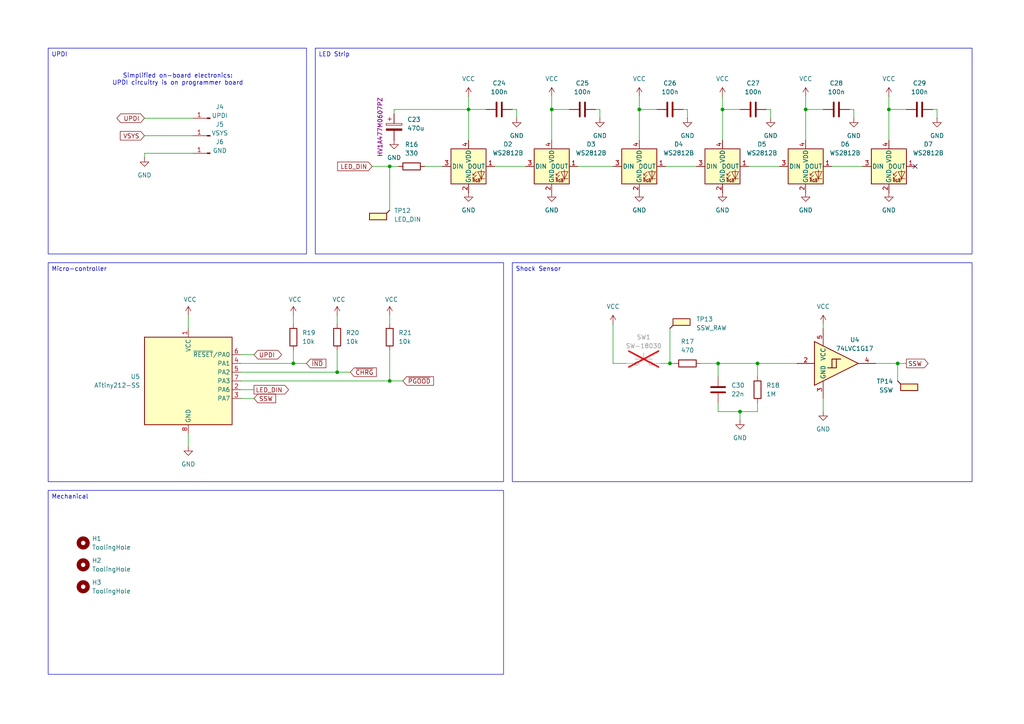
<source format=kicad_sch>
(kicad_sch (version 20250114) (generator "eeschema") (generator_version "9.0")
  (paper "A4")
  (lib_symbols
    (symbol "74xGxx:74LVC1G17"
      (property "Reference" "U" (at 0 3.81 0))
      (property "Value" "74LVC1G17" (at 0 -3.81 0))
      (symbol "74LVC1G17_0_1"
        (polyline (pts (xy -7.62 6.35) (xy -7.62 -6.35) (xy 5.08 0) (xy -7.62 6.35)) (stroke (width 0.254)) (fill (type background)))
        (polyline (pts (xy -3.81 -1.27) (xy -2.54 -1.27) (xy -2.54 1.27) (xy -1.27 1.27)) (stroke (width 0.254)) (fill (type background)))
        (polyline (pts (xy -2.54 -1.27) (xy -1.27 -1.27) (xy -1.27 1.27) (xy 0 1.27)) (stroke (width 0.254)) (fill (type background)))
      )
      (symbol "74LVC1G17_1_1"
        (pin input line (at -12.7 0 0) (length 5.08) (name "~") (number "2"))
        (pin no_connect line (at -7.62 5.08 180) (length 5.08) (hide yes) (name "NC") (number "1"))
        (pin power_in line (at -5.08 10.16 270) (length 5.08) (name "VCC") (number "5"))
        (pin power_in line (at -5.08 -10.16 90) (length 5.08) (name "GND") (number "3"))
        (pin output line (at 10.16 0 180) (length 5.08) (name "~") (number "4"))
      )
    )
    (symbol "Connector:Conn_01x01_Pin" (pin_names (offset 1.016) (hide yes))
      (property "Reference" "J" (at 0 2.54 0))
      (property "Value" "Conn_01x01_Pin" (at 0 -2.54 0))
      (symbol "Conn_01x01_Pin_1_1"
        (rectangle (start 0.8636 0.127) (end 0 -0.127) (stroke (width 0.1524)) (fill (type outline)))
        (polyline (pts (xy 1.27 0) (xy 0.8636 0)) (stroke (width 0.1524)))
        (pin passive line (at 5.08 0 180) (length 3.81) (name "Pin_1") (number "1"))
      )
    )
    (symbol "Connector:TestPoint_Flag" (pin_numbers (hide yes)) (pin_names (offset 0.762) (hide yes))
      (property "Reference" "TP" (at 3.429 1.778 0))
      (property "Value" "TestPoint_Flag" (at 3.302 4.191 0))
      (symbol "TestPoint_Flag_0_1"
        (polyline (pts (xy 0 0) (xy 0.889 0.889)) (stroke (width 0.254)))
        (rectangle (start 0.889 2.794) (end 5.842 0.889) (stroke (width 0.254)) (fill (type background)))
      )
      (symbol "TestPoint_Flag_1_1"
        (pin passive line (at 0 0 90) (length 0) (name "1") (number "1"))
      )
    )
    (symbol "Device:C" (pin_numbers (hide yes)) (pin_names (offset 0.254))
      (property "Reference" "C" (at 0.635 2.54 0))
      (property "Value" "C" (at 0.635 -2.54 0))
      (symbol "C_0_1"
        (polyline (pts (xy -2.032 0.762) (xy 2.032 0.762)) (stroke (width 0.508)))
        (polyline (pts (xy -2.032 -0.762) (xy 2.032 -0.762)) (stroke (width 0.508)))
      )
      (symbol "C_1_1"
        (pin passive line (at 0 3.81 270) (length 2.794) (name "~") (number "1"))
        (pin passive line (at 0 -3.81 90) (length 2.794) (name "~") (number "2"))
      )
    )
    (symbol "Device:C_Polarized" (pin_numbers (hide yes)) (pin_names (offset 0.254))
      (property "Reference" "C" (at 0.635 2.54 0))
      (property "Value" "C_Polarized" (at 0.635 -2.54 0))
      (symbol "C_Polarized_0_1"
        (rectangle (start -2.286 0.508) (end 2.286 1.016))
        (polyline (pts (xy -1.778 2.286) (xy -0.762 2.286)))
        (polyline (pts (xy -1.27 2.794) (xy -1.27 1.778)))
        (rectangle (start 2.286 -0.508) (end -2.286 -1.016) (fill (type outline)))
      )
      (symbol "C_Polarized_1_1"
        (pin passive line (at 0 3.81 270) (length 2.794) (name "~") (number "1"))
        (pin passive line (at 0 -3.81 90) (length 2.794) (name "~") (number "2"))
      )
    )
    (symbol "Device:R" (pin_numbers (hide yes)) (pin_names (offset 0))
      (property "Reference" "R" (at 2.032 0 90))
      (property "Value" "R" (at 0 0 90))
      (symbol "R_0_1"
        (rectangle (start -1.016 -2.54) (end 1.016 2.54) (stroke (width 0.254)))
      )
      (symbol "R_1_1"
        (pin passive line (at 0 3.81 270) (length 1.27) (name "~") (number "1"))
        (pin passive line (at 0 -3.81 90) (length 1.27) (name "~") (number "2"))
      )
    )
    (symbol "Ignis:WS2812B" (pin_names (offset 0.254))
      (property "Reference" "D" (at 5.08 5.715 0))
      (property "Value" "WS2812B" (at 1.27 -5.715 0))
      (symbol "WS2812B_0_0"
        (text "RGB" (at 2.286 -4.191 0) (effects (font (size 0.762 0.762))))
      )
      (symbol "WS2812B_0_1"
        (rectangle (start -5.08 5.08) (end 5.08 -5.08) (stroke (width 0.254)) (fill (type background)))
        (polyline (pts (xy 1.27 -2.54) (xy 1.778 -2.54)))
        (polyline (pts (xy 1.27 -3.556) (xy 1.778 -3.556)))
        (polyline (pts (xy 2.286 -1.524) (xy 1.27 -2.54) (xy 1.27 -2.032)))
        (polyline (pts (xy 2.286 -2.54) (xy 1.27 -3.556) (xy 1.27 -3.048)))
        (polyline (pts (xy 3.683 -1.016) (xy 3.683 -3.556) (xy 3.683 -4.064)))
        (polyline (pts (xy 4.699 -1.524) (xy 2.667 -1.524) (xy 3.683 -3.556) (xy 4.699 -1.524)))
        (polyline (pts (xy 4.699 -3.556) (xy 2.667 -3.556)))
      )
      (symbol "WS2812B_1_1"
        (pin input line (at -7.62 0 0) (length 2.54) (name "DIN") (number "3"))
        (pin power_in line (at 0 7.62 270) (length 2.54) (name "VDD") (number "4"))
        (pin power_in line (at 0 -7.62 90) (length 2.54) (name "GND") (number "2"))
        (pin output line (at 7.62 0 180) (length 2.54) (name "DOUT") (number "1"))
      )
    )
    (symbol "MCU_Microchip_ATtiny:ATtiny212-SS"
      (property "Reference" "U" (at -12.7 13.97 0))
      (property "Value" "ATtiny212-SS" (at 2.54 -13.97 0))
      (symbol "ATtiny212-SS_0_1"
        (rectangle (start -12.7 -12.7) (end 12.7 12.7) (stroke (width 0.254)) (fill (type background)))
      )
      (symbol "ATtiny212-SS_1_1"
        (pin power_in line (at 0 15.24 270) (length 2.54) (name "VCC") (number "1"))
        (pin power_in line (at 0 -15.24 90) (length 2.54) (name "GND") (number "8"))
        (pin bidirectional line (at 15.24 7.62 180) (length 2.54) (name "~{RESET}/PA0") (number "6"))
        (pin bidirectional line (at 15.24 5.08 180) (length 2.54) (name "PA1") (number "4"))
        (pin bidirectional line (at 15.24 2.54 180) (length 2.54) (name "PA2") (number "5"))
        (pin bidirectional line (at 15.24 0 180) (length 2.54) (name "PA3") (number "7"))
        (pin bidirectional line (at 15.24 -2.54 180) (length 2.54) (name "PA6") (number "2"))
        (pin bidirectional line (at 15.24 -5.08 180) (length 2.54) (name "PA7") (number "3"))
      )
    )
    (symbol "Mechanical:MountingHole" (pin_names (offset 1.016)) (in_bom no)
      (property "Reference" "H" (at 0 5.08 0))
      (property "Value" "MountingHole" (at 0 3.175 0))
      (symbol "MountingHole_0_1"
        (circle (center 0 0) (radius 1.27) (stroke (width 1.27)))
      )
    )
    (symbol "Switch:SW_Push" (pin_numbers (hide yes)) (pin_names (offset 1.016) (hide yes))
      (property "Reference" "SW" (at 1.27 2.54 0))
      (property "Value" "SW_Push" (at 0 -1.524 0))
      (symbol "SW_Push_0_1"
        (circle (center -2.032 0) (radius 0.508))
        (polyline (pts (xy 0 1.27) (xy 0 3.048)))
        (circle (center 2.032 0) (radius 0.508))
        (polyline (pts (xy 2.54 1.27) (xy -2.54 1.27)))
        (pin passive line (at -5.08 0 0) (length 2.54) (name "1") (number "1"))
        (pin passive line (at 5.08 0 180) (length 2.54) (name "2") (number "2"))
      )
    )
    (symbol "power:GND" (power) (pin_numbers (hide yes)) (pin_names (offset 0) (hide yes))
      (property "Value" "GND" (at 0 -3.81 0))
      (symbol "GND_0_1"
        (polyline (pts (xy 0 0) (xy 0 -1.27) (xy 1.27 -1.27) (xy 0 -2.54) (xy -1.27 -1.27) (xy 0 -1.27)))
      )
      (symbol "GND_1_1"
        (pin power_in line (at 0 0 270) (length 0) (name "~") (number "1"))
      )
    )
    (symbol "power:VCC" (power) (pin_numbers (hide yes)) (pin_names (offset 0) (hide yes))
      (property "Value" "VCC" (at 0 3.556 0))
      (symbol "VCC_0_1"
        (polyline (pts (xy -0.762 1.27) (xy 0 2.54)))
        (polyline (pts (xy 0 2.54) (xy 0.762 1.27)))
        (polyline (pts (xy 0 0) (xy 0 2.54)))
      )
      (symbol "VCC_1_1"
        (pin power_in line (at 0 0 90) (length 0) (name "~") (number "1"))
      )
    )
  )
  (text "Simplified on-board electronics:\nUPDI circuitry is on programmer board" (at 51.562 23.114 0) (effects (font (size 1.27 1.27))))
  (text_box "Shock Sensor" (at 148.59 76.2 0) (size 133.35 63.5) (margins 0.9525 0.9525 0.9525 0.9525) (effects (font (size 1.27 1.27)) (justify left top)))
  (text_box "UPDI" (at 13.97 13.97 0) (size 74.93 59.69) (margins 0.9525 0.9525 0.9525 0.9525) (effects (font (size 1.27 1.27)) (justify left top)))
  (text_box "Micro-controller" (at 13.97 76.2 0) (size 132.08 63.5) (margins 0.9525 0.9525 0.9525 0.9525) (effects (font (size 1.27 1.27)) (justify left top)))
  (text_box "LED Strip" (at 91.44 13.97 0) (size 190.5 59.69) (margins 0.9525 0.9525 0.9525 0.9525) (effects (font (size 1.27 1.27)) (justify left top)))
  (text_box "Mechanical" (at 13.97 142.24 0) (size 132.08 53.34) (margins 0.9525 0.9525 0.9525 0.9525) (effects (font (size 1.27 1.27)) (justify left top)))
  (junction (at 85.09 105.41))
  (junction (at 209.55 31.75))
  (junction (at 113.03 48.26))
  (junction (at 113.03 110.49))
  (junction (at 260.35 105.41))
  (junction (at 135.89 31.75))
  (junction (at 194.31 105.41))
  (junction (at 97.79 107.95))
  (junction (at 214.63 119.38))
  (junction (at 257.81 31.75))
  (junction (at 160.02 31.75))
  (junction (at 208.28 105.41))
  (junction (at 185.42 31.75))
  (junction (at 233.68 31.75))
  (junction (at 219.71 105.41))
  (no_connect (at 265.43 48.26))
  (wire (pts (xy 41.91 39.37) (xy 55.88 39.37)))
  (wire (pts (xy 193.04 48.26) (xy 201.93 48.26)))
  (wire (pts (xy 54.61 91.44) (xy 54.61 95.25)))
  (wire (pts (xy 143.51 48.26) (xy 152.4 48.26)))
  (wire (pts (xy 135.89 31.75) (xy 140.97 31.75)))
  (wire (pts (xy 260.35 105.41) (xy 262.89 105.41)))
  (wire (pts (xy 209.55 31.75) (xy 209.55 40.64)))
  (wire (pts (xy 113.03 101.6) (xy 113.03 110.49)))
  (wire (pts (xy 167.64 48.26) (xy 177.8 48.26)))
  (wire (pts (xy 233.68 31.75) (xy 233.68 40.64)))
  (wire (pts (xy 191.77 105.41) (xy 194.31 105.41)))
  (wire (pts (xy 247.65 34.29) (xy 247.65 31.75)))
  (wire (pts (xy 247.65 31.75) (xy 246.38 31.75)))
  (wire (pts (xy 209.55 27.94) (xy 209.55 31.75)))
  (wire (pts (xy 160.02 31.75) (xy 165.1 31.75)))
  (wire (pts (xy 194.31 95.25) (xy 194.31 105.41)))
  (wire (pts (xy 41.91 44.45) (xy 41.91 45.72)))
  (wire (pts (xy 238.76 119.38) (xy 238.76 115.57)))
  (wire (pts (xy 113.03 110.49) (xy 116.84 110.49)))
  (wire (pts (xy 85.09 101.6) (xy 85.09 105.41)))
  (wire (pts (xy 97.79 91.44) (xy 97.79 93.98)))
  (wire (pts (xy 254 105.41) (xy 260.35 105.41)))
  (wire (pts (xy 208.28 105.41) (xy 208.28 109.22)))
  (wire (pts (xy 257.81 31.75) (xy 257.81 40.64)))
  (wire (pts (xy 209.55 31.75) (xy 214.63 31.75)))
  (wire (pts (xy 107.95 48.26) (xy 113.03 48.26)))
  (wire (pts (xy 97.79 101.6) (xy 97.79 107.95)))
  (wire (pts (xy 219.71 119.38) (xy 219.71 116.84)))
  (wire (pts (xy 219.71 105.41) (xy 231.14 105.41)))
  (wire (pts (xy 238.76 93.98) (xy 238.76 95.25)))
  (wire (pts (xy 113.03 91.44) (xy 113.03 93.98)))
  (wire (pts (xy 233.68 31.75) (xy 238.76 31.75)))
  (wire (pts (xy 114.3 33.02) (xy 114.3 31.75)))
  (wire (pts (xy 54.61 129.54) (xy 54.61 125.73)))
  (wire (pts (xy 69.85 110.49) (xy 113.03 110.49)))
  (wire (pts (xy 257.81 31.75) (xy 262.89 31.75)))
  (wire (pts (xy 241.3 48.26) (xy 250.19 48.26)))
  (wire (pts (xy 85.09 91.44) (xy 85.09 93.98)))
  (wire (pts (xy 208.28 105.41) (xy 219.71 105.41)))
  (wire (pts (xy 160.02 31.75) (xy 160.02 40.64)))
  (wire (pts (xy 233.68 27.94) (xy 233.68 31.75)))
  (wire (pts (xy 173.99 34.29) (xy 173.99 31.75)))
  (wire (pts (xy 97.79 107.95) (xy 101.6 107.95)))
  (wire (pts (xy 260.35 105.41) (xy 260.35 110.49)))
  (wire (pts (xy 69.85 107.95) (xy 97.79 107.95)))
  (wire (pts (xy 185.42 27.94) (xy 185.42 31.75)))
  (wire (pts (xy 85.09 105.41) (xy 88.9 105.41)))
  (wire (pts (xy 214.63 119.38) (xy 214.63 121.92)))
  (wire (pts (xy 114.3 31.75) (xy 135.89 31.75)))
  (wire (pts (xy 149.86 31.75) (xy 148.59 31.75)))
  (wire (pts (xy 199.39 34.29) (xy 199.39 31.75)))
  (wire (pts (xy 208.28 116.84) (xy 208.28 119.38)))
  (wire (pts (xy 219.71 109.22) (xy 219.71 105.41)))
  (wire (pts (xy 113.03 60.96) (xy 113.03 48.26)))
  (wire (pts (xy 69.85 113.03) (xy 73.66 113.03)))
  (wire (pts (xy 113.03 48.26) (xy 115.57 48.26)))
  (wire (pts (xy 223.52 31.75) (xy 222.25 31.75)))
  (wire (pts (xy 185.42 31.75) (xy 185.42 40.64)))
  (wire (pts (xy 203.2 105.41) (xy 208.28 105.41)))
  (wire (pts (xy 271.78 34.29) (xy 271.78 31.75)))
  (wire (pts (xy 177.8 105.41) (xy 181.61 105.41)))
  (wire (pts (xy 271.78 31.75) (xy 270.51 31.75)))
  (wire (pts (xy 41.91 34.29) (xy 55.88 34.29)))
  (wire (pts (xy 69.85 115.57) (xy 73.66 115.57)))
  (wire (pts (xy 257.81 27.94) (xy 257.81 31.75)))
  (wire (pts (xy 135.89 31.75) (xy 135.89 40.64)))
  (wire (pts (xy 160.02 27.94) (xy 160.02 31.75)))
  (wire (pts (xy 208.28 119.38) (xy 214.63 119.38)))
  (wire (pts (xy 69.85 105.41) (xy 85.09 105.41)))
  (wire (pts (xy 135.89 27.94) (xy 135.89 31.75)))
  (wire (pts (xy 217.17 48.26) (xy 226.06 48.26)))
  (wire (pts (xy 123.19 48.26) (xy 128.27 48.26)))
  (wire (pts (xy 177.8 93.98) (xy 177.8 105.41)))
  (wire (pts (xy 223.52 34.29) (xy 223.52 31.75)))
  (wire (pts (xy 185.42 31.75) (xy 190.5 31.75)))
  (wire (pts (xy 173.99 31.75) (xy 172.72 31.75)))
  (wire (pts (xy 194.31 105.41) (xy 195.58 105.41)))
  (wire (pts (xy 55.88 44.45) (xy 41.91 44.45)))
  (wire (pts (xy 73.66 102.87) (xy 69.85 102.87)))
  (wire (pts (xy 214.63 119.38) (xy 219.71 119.38)))
  (wire (pts (xy 149.86 34.29) (xy 149.86 31.75)))
  (wire (pts (xy 199.39 31.75) (xy 198.12 31.75)))
  (global_label "UPDI" (shape bidirectional) (at 73.66 102.87 0) (property "Intersheetrefs" "${INTERSHEET_REFS}" (effects (hide yes))))
  (global_label "~{PGOOD}" (shape input) (at 116.84 110.49 0) (property "Intersheetrefs" "${INTERSHEET_REFS}" (effects (hide yes))))
  (global_label "LED_DIN" (shape output) (at 73.66 113.03 0) (property "Intersheetrefs" "${INTERSHEET_REFS}" (effects (hide yes))))
  (global_label "~{CHRG}" (shape input) (at 101.6 107.95 0) (property "Intersheetrefs" "${INTERSHEET_REFS}" (effects (hide yes))))
  (global_label "SSW" (shape output) (at 262.89 105.41 0) (property "Intersheetrefs" "${INTERSHEET_REFS}" (effects (hide yes))))
  (global_label "UPDI" (shape bidirectional) (at 41.91 34.29 180) (property "Intersheetrefs" "${INTERSHEET_REFS}" (effects (hide yes))))
  (global_label "SSW" (shape input) (at 73.66 115.57 0) (property "Intersheetrefs" "${INTERSHEET_REFS}" (effects (hide yes))))
  (global_label "LED_DIN" (shape input) (at 107.95 48.26 180) (property "Intersheetrefs" "${INTERSHEET_REFS}" (effects (hide yes))))
  (global_label "VSYS" (shape input) (at 41.91 39.37 180) (property "Intersheetrefs" "${INTERSHEET_REFS}" (effects (hide yes))))
  (global_label "~{IND}" (shape input) (at 88.9 105.41 0) (property "Intersheetrefs" "${INTERSHEET_REFS}" (effects (hide yes))))
  (symbol (lib_id "Connector:Conn_01x01_Pin") (at 60.96 44.45 180) (unit 1) (in_bom no)
    (property "Reference" "J6" (at 63.754 41.148 0))
    (property "Value" "GND" (at 63.754 43.688 0))
    (property "Footprint" "TestPoint:TestPoint_THTPad_D1.5mm_Drill0.7mm" (effects (hide yes)))
    (property "Description" "Generic connector, single row, 01x01, script generated" (effects (hide yes)))
  )
  (symbol (lib_id "Device:C") (at 242.57 31.75 90) (unit 1)
    (property "Reference" "C28" (at 242.57 24.13 90))
    (property "Value" "100n" (at 242.57 26.67 90))
    (property "Footprint" "Capacitor_SMD:C_0402_1005Metric" (effects (hide yes)))
    (property "Description" "Unpolarized capacitor" (effects (hide yes)))
    (property "Designator" "Capacitor" (effects (hide yes)))
    (property "LCSC" "C328914" (effects (hide yes)))
    (property "MF" "PSA(Prosperity Dielectrics)" (effects (hide yes)))
    (property "MFN" "FN15X104K160PNG" (effects (hide yes)))
  )
  (symbol (lib_id "Device:C_Polarized") (at 114.3 36.83 0) (unit 1)
    (property "Reference" "C23" (at 118.11 34.6709 0) (effects (justify left)))
    (property "Value" "470u" (at 118.11 37.2109 0) (effects (justify left)))
    (property "Footprint" "Capacitor_SMD:CP_Elec_6.3x7.7" (effects (hide yes)))
    (property "Description" "Polarized capacitor" (effects (hide yes)))
    (property "MFN" "HV1A477M0607PZ" (at 110.236 36.83 90))
    (property "LCSC" "C5246516" (effects (hide yes)))
    (property "Voltage Rating" "10V" (effects (hide yes)))
    (property "Designator" "Capacitor" (effects (hide yes)))
  )
  (symbol (lib_id "power:VCC") (at 97.79 91.44 0) (unit 1)
    (property "Reference" "#PWR0142" (effects (hide yes)))
    (property "Value" "VCC" (at 98.298 86.868 0))
    (property "Description" "Power symbol creates a global label with name \"VCC\"" (effects (hide yes)))
  )
  (symbol (lib_id "Device:R") (at 113.03 97.79 0) (unit 1)
    (property "Reference" "R21" (at 115.57 96.5199 0) (effects (justify left)))
    (property "Value" "10k" (at 115.57 99.0599 0) (effects (justify left)))
    (property "Footprint" "Resistor_SMD:R_0402_1005Metric" (effects (hide yes)))
    (property "Description" "Resistor" (effects (hide yes)))
    (property "Designator" "Resistor" (effects (hide yes)))
    (property "LCSC" "C25531" (effects (hide yes)))
    (property "MF" "UNI-ROYAL(Uniroyal Elec)" (effects (hide yes)))
    (property "MFN" "0402WGJ0103TCE" (effects (hide yes)))
  )
  (symbol (lib_id "Mechanical:MountingHole") (at 24.13 157.48 0) (unit 1) (in_bom no)
    (property "Reference" "H1" (at 26.67 156.2099 0) (effects (justify left)))
    (property "Value" "ToolingHole" (at 26.67 158.7499 0) (effects (justify left)))
    (property "Footprint" "MountingHole:ToolingHole_1.152mm" (effects (hide yes)))
    (property "Description" "Mounting Hole without connection" (effects (hide yes)))
  )
  (symbol (lib_id "power:GND") (at 185.42 55.88 0) (unit 1)
    (property "Reference" "#PWR0127" (effects (hide yes)))
    (property "Value" "GND" (at 185.42 60.96 0))
    (property "Description" "Power symbol creates a global label with name \"GND\" , ground" (effects (hide yes)))
  )
  (symbol (lib_id "power:VCC") (at 233.68 27.94 0) (unit 1)
    (property "Reference" "#PWR0144" (effects (hide yes)))
    (property "Value" "VCC" (at 233.68 22.86 0))
    (property "Description" "Power symbol creates a global label with name \"VCC\"" (effects (hide yes)))
  )
  (symbol (lib_id "power:GND") (at 173.99 34.29 0) (unit 1)
    (property "Reference" "#PWR0130" (effects (hide yes)))
    (property "Value" "GND" (at 173.99 39.37 0))
    (property "Description" "Power symbol creates a global label with name \"GND\" , ground" (effects (hide yes)))
  )
  (symbol (lib_id "power:VCC") (at 238.76 93.98 0) (unit 1)
    (property "Reference" "#PWR0139" (effects (hide yes)))
    (property "Value" "VCC" (at 238.76 88.9 0))
    (property "Description" "Power symbol creates a global label with name \"VCC\"" (effects (hide yes)))
  )
  (symbol (lib_id "74xGxx:74LVC1G17") (at 243.84 105.41 0) (unit 1)
    (property "Reference" "U4" (at 247.904 98.552 0))
    (property "Value" "74LVC1G17" (at 247.904 101.092 0))
    (property "Footprint" "Ignis:IC_74LVC1G17GW_125" (effects (hide yes)))
    (property "Datasheet" "https://www.ti.com/lit/ds/symlink/sn74lvc1g17.pdf" (effects (hide yes)))
    (property "Description" "Single Schmitt Buffer Gate, Low-Voltage CMOS" (effects (hide yes)))
    (property "LCSC" "C426705" (effects (hide yes)))
    (property "MFN" "74LVC1G17GW,125" (effects (hide yes)))
    (property "Designator" "74LVC1G17GW" (effects (hide yes)))
    (property "MF" "Nexperia" (effects (hide yes)))
  )
  (symbol (lib_id "Connector:Conn_01x01_Pin") (at 60.96 34.29 180) (unit 1) (in_bom no)
    (property "Reference" "J4" (at 63.754 30.988 0))
    (property "Value" "UPDI" (at 63.754 33.528 0))
    (property "Footprint" "TestPoint:TestPoint_THTPad_D1.5mm_Drill0.7mm" (effects (hide yes)))
    (property "Description" "Generic connector, single row, 01x01, script generated" (effects (hide yes)))
  )
  (symbol (lib_id "power:VCC") (at 160.02 27.94 0) (unit 1)
    (property "Reference" "#PWR0151" (effects (hide yes)))
    (property "Value" "VCC" (at 160.02 22.86 0))
    (property "Description" "Power symbol creates a global label with name \"VCC\"" (effects (hide yes)))
  )
  (symbol (lib_id "power:VCC") (at 257.81 27.94 0) (unit 1)
    (property "Reference" "#PWR0145" (effects (hide yes)))
    (property "Value" "VCC" (at 257.81 22.86 0))
    (property "Description" "Power symbol creates a global label with name \"VCC\"" (effects (hide yes)))
  )
  (symbol (lib_id "Ignis:WS2812B") (at 160.02 48.26 0) (unit 1)
    (property "Reference" "D3" (at 171.45 41.8398 0))
    (property "Value" "WS2812B" (at 171.45 44.3798 0))
    (property "Footprint" "Ignis:LED_WS2812B2020" (effects (hide yes)))
    (property "Datasheet" "https://cdn-shop.adafruit.com/datasheets/WS2812B.pdf" (effects (hide yes)))
    (property "Description" "RGB LED with integrated controller" (effects (hide yes)))
    (property "LCSC" "C965555" (effects (hide yes)))
    (property "MFN" "WS2812B-2020" (effects (hide yes)))
    (property "Designator" "WS2812B-2020" (effects (hide yes)))
    (property "MF" "Worldsemi" (effects (hide yes)))
  )
  (symbol (lib_id "Connector:Conn_01x01_Pin") (at 60.96 39.37 180) (unit 1) (in_bom no)
    (property "Reference" "J5" (at 63.754 36.068 0))
    (property "Value" "VSYS" (at 63.754 38.608 0))
    (property "Footprint" "TestPoint:TestPoint_THTPad_D1.5mm_Drill0.7mm" (effects (hide yes)))
    (property "Description" "Generic connector, single row, 01x01, script generated" (effects (hide yes)))
  )
  (symbol (lib_id "power:GND") (at 209.55 55.88 0) (unit 1)
    (property "Reference" "#PWR0128" (effects (hide yes)))
    (property "Value" "GND" (at 209.55 60.96 0))
    (property "Description" "Power symbol creates a global label with name \"GND\" , ground" (effects (hide yes)))
  )
  (symbol (lib_id "power:GND") (at 160.02 55.88 0) (unit 1)
    (property "Reference" "#PWR0133" (effects (hide yes)))
    (property "Value" "GND" (at 160.02 60.96 0))
    (property "Description" "Power symbol creates a global label with name \"GND\" , ground" (effects (hide yes)))
  )
  (symbol (lib_id "power:GND") (at 223.52 34.29 0) (unit 1)
    (property "Reference" "#PWR0143" (effects (hide yes)))
    (property "Value" "GND" (at 223.52 39.37 0))
    (property "Description" "Power symbol creates a global label with name \"GND\" , ground" (effects (hide yes)))
  )
  (symbol (lib_id "power:GND") (at 149.86 34.29 0) (unit 1)
    (property "Reference" "#PWR0150" (effects (hide yes)))
    (property "Value" "GND" (at 149.86 39.37 0))
    (property "Description" "Power symbol creates a global label with name \"GND\" , ground" (effects (hide yes)))
  )
  (symbol (lib_id "MCU_Microchip_ATtiny:ATtiny212-SS") (at 54.61 110.49 0) (unit 1)
    (property "Reference" "U5" (at 40.64 109.2199 0) (effects (justify right)))
    (property "Value" "ATtiny212-SS" (at 40.64 111.7599 0) (effects (justify right)))
    (property "Footprint" "Package_SO:SOIC-8_3.9x4.9mm_P1.27mm" (effects (hide yes)))
    (property "Datasheet" "http://ww1.microchip.com/downloads/en/DeviceDoc/40001911A.pdf" (effects (hide yes)))
    (property "Description" "20MHz, 2kB Flash, 128B SRAM, 64B EEPROM, SOIC-8" (effects (hide yes)))
    (property "Designator" "ATTINY212-SSN" (effects (hide yes)))
    (property "LCSC" "C615533" (effects (hide yes)))
    (property "MFN" "ATTINY212-SSN" (effects (hide yes)))
    (property "MF" "Microchip Tech" (effects (hide yes)))
  )
  (symbol (lib_id "Mechanical:MountingHole") (at 24.13 170.18 0) (unit 1) (in_bom no)
    (property "Reference" "H3" (at 26.67 168.9099 0) (effects (justify left)))
    (property "Value" "ToolingHole" (at 26.67 171.4499 0) (effects (justify left)))
    (property "Footprint" "MountingHole:ToolingHole_1.152mm" (effects (hide yes)))
    (property "Description" "Mounting Hole without connection" (effects (hide yes)))
  )
  (symbol (lib_id "power:GND") (at 233.68 55.88 0) (unit 1)
    (property "Reference" "#PWR0148" (effects (hide yes)))
    (property "Value" "GND" (at 233.68 60.96 0))
    (property "Description" "Power symbol creates a global label with name \"GND\" , ground" (effects (hide yes)))
  )
  (symbol (lib_id "Ignis:WS2812B") (at 257.81 48.26 0) (unit 1)
    (property "Reference" "D7" (at 269.24 41.8398 0))
    (property "Value" "WS2812B" (at 269.24 44.3798 0))
    (property "Footprint" "Ignis:LED_WS2812B2020" (effects (hide yes)))
    (property "Datasheet" "https://cdn-shop.adafruit.com/datasheets/WS2812B.pdf" (effects (hide yes)))
    (property "Description" "RGB LED with integrated controller" (effects (hide yes)))
    (property "LCSC" "C965555" (effects (hide yes)))
    (property "MFN" "WS2812B-2020" (effects (hide yes)))
    (property "Designator" "WS2812B-2020" (effects (hide yes)))
    (property "MF" "Worldsemi" (effects (hide yes)))
  )
  (symbol (lib_id "Device:C") (at 208.28 113.03 0) (unit 1)
    (property "Reference" "C30" (at 212.09 111.7599 0) (effects (justify left)))
    (property "Value" "22n" (at 212.09 114.2999 0) (effects (justify left)))
    (property "Footprint" "Capacitor_SMD:C_0402_1005Metric" (effects (hide yes)))
    (property "Description" "Unpolarized capacitor" (effects (hide yes)))
    (property "Designator" "Capacitor" (effects (hide yes)))
    (property "LCSC" "C6266887" (effects (hide yes)))
    (property "MF" "CCTC" (effects (hide yes)))
    (property "MFN" "TCC0402X7R223M500AT" (effects (hide yes)))
  )
  (symbol (lib_id "power:GND") (at 199.39 34.29 0) (unit 1)
    (property "Reference" "#PWR0134" (effects (hide yes)))
    (property "Value" "GND" (at 199.39 39.37 0))
    (property "Description" "Power symbol creates a global label with name \"GND\" , ground" (effects (hide yes)))
  )
  (symbol (lib_id "Device:R") (at 119.38 48.26 90) (unit 1)
    (property "Reference" "R16" (at 119.38 41.91 90))
    (property "Value" "330" (at 119.38 44.45 90))
    (property "Footprint" "Resistor_SMD:R_0402_1005Metric" (effects (hide yes)))
    (property "Description" "Resistor" (effects (hide yes)))
    (property "Designator" "Resistor" (effects (hide yes)))
    (property "LCSC" "C12246" (effects (hide yes)))
    (property "MF" "UNI-ROYAL(Uniroyal Elec)" (effects (hide yes)))
    (property "MFN" "0402WGJ0331TCE" (effects (hide yes)))
  )
  (symbol (lib_id "Ignis:WS2812B") (at 233.68 48.26 0) (unit 1)
    (property "Reference" "D6" (at 245.11 41.8398 0))
    (property "Value" "WS2812B" (at 245.11 44.3798 0))
    (property "Footprint" "Ignis:LED_WS2812B2020" (effects (hide yes)))
    (property "Datasheet" "https://cdn-shop.adafruit.com/datasheets/WS2812B.pdf" (effects (hide yes)))
    (property "Description" "RGB LED with integrated controller" (effects (hide yes)))
    (property "LCSC" "C965555" (effects (hide yes)))
    (property "MFN" "WS2812B-2020" (effects (hide yes)))
    (property "Designator" "WS2812B-2020" (effects (hide yes)))
    (property "MF" "Worldsemi" (effects (hide yes)))
  )
  (symbol (lib_id "Connector:TestPoint_Flag") (at 194.31 95.25 0) (unit 1) (in_bom no)
    (property "Reference" "TP13" (at 201.93 92.5829 0) (effects (justify left)))
    (property "Value" "SSW_RAW" (at 201.93 95.1229 0) (effects (justify left)))
    (property "Footprint" "TestPoint:TestPoint_Pad_D1.0mm" (effects (hide yes)))
    (property "Description" "test point (alternative flag-style design)" (effects (hide yes)))
    (property "Designator" "Test Pad" (effects (hide yes)))
  )
  (symbol (lib_id "power:VCC") (at 185.42 27.94 0) (unit 1)
    (property "Reference" "#PWR0131" (effects (hide yes)))
    (property "Value" "VCC" (at 185.42 22.86 0))
    (property "Description" "Power symbol creates a global label with name \"VCC\"" (effects (hide yes)))
  )
  (symbol (lib_id "Connector:TestPoint_Flag") (at 260.35 110.49 0) (mirror x) (unit 1) (in_bom no)
    (property "Reference" "TP14" (at 259.08 110.6169 0) (effects (justify right)))
    (property "Value" "SSW" (at 259.08 113.1569 0) (effects (justify right)))
    (property "Footprint" "TestPoint:TestPoint_Pad_D1.0mm" (effects (hide yes)))
    (property "Description" "test point (alternative flag-style design)" (effects (hide yes)))
    (property "Designator" "Test Pad" (effects (hide yes)))
  )
  (symbol (lib_id "power:VCC") (at 177.8 93.98 0) (unit 1)
    (property "Reference" "#PWR0137" (effects (hide yes)))
    (property "Value" "VCC" (at 177.8 88.9 0))
    (property "Description" "Power symbol creates a global label with name \"VCC\"" (effects (hide yes)))
  )
  (symbol (lib_id "Ignis:WS2812B") (at 209.55 48.26 0) (unit 1)
    (property "Reference" "D5" (at 220.98 41.8398 0))
    (property "Value" "WS2812B" (at 220.98 44.3798 0))
    (property "Footprint" "Ignis:LED_WS2812B2020" (effects (hide yes)))
    (property "Datasheet" "https://cdn-shop.adafruit.com/datasheets/WS2812B.pdf" (effects (hide yes)))
    (property "Description" "RGB LED with integrated controller" (effects (hide yes)))
    (property "LCSC" "C965555" (effects (hide yes)))
    (property "MFN" "WS2812B-2020" (effects (hide yes)))
    (property "Designator" "WS2812B-2020" (effects (hide yes)))
    (property "MF" "Worldsemi" (effects (hide yes)))
  )
  (symbol (lib_id "Device:R") (at 85.09 97.79 0) (unit 1)
    (property "Reference" "R19" (at 87.63 96.5199 0) (effects (justify left)))
    (property "Value" "10k" (at 87.63 99.0599 0) (effects (justify left)))
    (property "Footprint" "Resistor_SMD:R_0402_1005Metric" (effects (hide yes)))
    (property "Description" "Resistor" (effects (hide yes)))
    (property "Designator" "Resistor" (effects (hide yes)))
    (property "LCSC" "C25531" (effects (hide yes)))
    (property "MF" "UNI-ROYAL(Uniroyal Elec)" (effects (hide yes)))
    (property "MFN" "0402WGJ0103TCE" (effects (hide yes)))
  )
  (symbol (lib_id "power:VCC") (at 135.89 27.94 0) (unit 1)
    (property "Reference" "#PWR0149" (effects (hide yes)))
    (property "Value" "VCC" (at 135.89 22.86 0))
    (property "Description" "Power symbol creates a global label with name \"VCC\"" (effects (hide yes)))
  )
  (symbol (lib_id "Ignis:WS2812B") (at 185.42 48.26 0) (unit 1)
    (property "Reference" "D4" (at 196.85 41.8398 0))
    (property "Value" "WS2812B" (at 196.85 44.3798 0))
    (property "Footprint" "Ignis:LED_WS2812B2020" (effects (hide yes)))
    (property "Datasheet" "https://cdn-shop.adafruit.com/datasheets/WS2812B.pdf" (effects (hide yes)))
    (property "Description" "RGB LED with integrated controller" (effects (hide yes)))
    (property "LCSC" "C965555" (effects (hide yes)))
    (property "MFN" "WS2812B-2020" (effects (hide yes)))
    (property "Designator" "WS2812B-2020" (effects (hide yes)))
    (property "MF" "Worldsemi" (effects (hide yes)))
  )
  (symbol (lib_id "Device:C") (at 194.31 31.75 90) (unit 1)
    (property "Reference" "C26" (at 194.31 24.13 90))
    (property "Value" "100n" (at 194.31 26.67 90))
    (property "Footprint" "Capacitor_SMD:C_0402_1005Metric" (effects (hide yes)))
    (property "Description" "Unpolarized capacitor" (effects (hide yes)))
    (property "Designator" "Capacitor" (effects (hide yes)))
    (property "LCSC" "C328914" (effects (hide yes)))
    (property "MF" "PSA(Prosperity Dielectrics)" (effects (hide yes)))
    (property "MFN" "FN15X104K160PNG" (effects (hide yes)))
  )
  (symbol (lib_id "Device:C") (at 144.78 31.75 90) (unit 1)
    (property "Reference" "C24" (at 144.78 24.13 90))
    (property "Value" "100n" (at 144.78 26.67 90))
    (property "Footprint" "Capacitor_SMD:C_0402_1005Metric" (effects (hide yes)))
    (property "Description" "Unpolarized capacitor" (effects (hide yes)))
    (property "Designator" "Capacitor" (effects (hide yes)))
    (property "LCSC" "C328914" (effects (hide yes)))
    (property "MF" "PSA(Prosperity Dielectrics)" (effects (hide yes)))
    (property "MFN" "FN15X104K160PNG" (effects (hide yes)))
  )
  (symbol (lib_id "power:VCC") (at 113.03 91.44 0) (unit 1)
    (property "Reference" "#PWR0141" (effects (hide yes)))
    (property "Value" "VCC" (at 113.538 86.868 0))
    (property "Description" "Power symbol creates a global label with name \"VCC\"" (effects (hide yes)))
  )
  (symbol (lib_id "power:VCC") (at 209.55 27.94 0) (unit 1)
    (property "Reference" "#PWR0135" (effects (hide yes)))
    (property "Value" "VCC" (at 209.55 22.86 0))
    (property "Description" "Power symbol creates a global label with name \"VCC\"" (effects (hide yes)))
  )
  (symbol (lib_id "power:GND") (at 214.63 121.92 0) (unit 1)
    (property "Reference" "#PWR0136" (effects (hide yes)))
    (property "Value" "GND" (at 214.63 127 0))
    (property "Description" "Power symbol creates a global label with name \"GND\" , ground" (effects (hide yes)))
  )
  (symbol (lib_id "power:GND") (at 238.76 119.38 0) (unit 1)
    (property "Reference" "#PWR0138" (effects (hide yes)))
    (property "Value" "GND" (at 238.76 124.46 0))
    (property "Description" "Power symbol creates a global label with name \"GND\" , ground" (effects (hide yes)))
  )
  (symbol (lib_id "power:GND") (at 41.91 45.72 0) (unit 1)
    (property "Reference" "#PWR02" (effects (hide yes)))
    (property "Value" "GND" (at 41.91 50.8 0))
    (property "Description" "Power symbol creates a global label with name \"GND\" , ground" (effects (hide yes)))
  )
  (symbol (lib_id "Switch:SW_Push") (at 186.69 105.41 0) (unit 1) (in_bom no) (dnp yes)
    (property "Reference" "SW1" (at 186.69 97.79 0))
    (property "Value" "SW-18030" (at 186.69 100.33 0))
    (property "Footprint" "Ignis:SW-180" (effects (hide yes)))
    (property "Description" "Push button switch, generic, two pins" (effects (hide yes)))
    (property "Designator" "Shock Sensor" (effects (hide yes)))
  )
  (symbol (lib_id "Connector:TestPoint_Flag") (at 113.03 60.96 180) (unit 1) (in_bom no)
    (property "Reference" "TP12" (at 114.3 61.0869 0) (effects (justify right)))
    (property "Value" "LED_DIN" (at 114.3 63.6269 0) (effects (justify right)))
    (property "Footprint" "TestPoint:TestPoint_Pad_D1.0mm" (effects (hide yes)))
    (property "Description" "test point (alternative flag-style design)" (effects (hide yes)))
    (property "Designator" "Test Pad" (effects (hide yes)))
  )
  (symbol (lib_id "power:GND") (at 257.81 55.88 0) (unit 1)
    (property "Reference" "#PWR0146" (effects (hide yes)))
    (property "Value" "GND" (at 257.81 60.96 0))
    (property "Description" "Power symbol creates a global label with name \"GND\" , ground" (effects (hide yes)))
  )
  (symbol (lib_id "Device:C") (at 218.44 31.75 90) (unit 1)
    (property "Reference" "C27" (at 218.44 24.13 90))
    (property "Value" "100n" (at 218.44 26.67 90))
    (property "Footprint" "Capacitor_SMD:C_0402_1005Metric" (effects (hide yes)))
    (property "Description" "Unpolarized capacitor" (effects (hide yes)))
    (property "Designator" "Capacitor" (effects (hide yes)))
    (property "LCSC" "C328914" (effects (hide yes)))
    (property "MF" "PSA(Prosperity Dielectrics)" (effects (hide yes)))
    (property "MFN" "FN15X104K160PNG" (effects (hide yes)))
  )
  (symbol (lib_id "Device:C") (at 266.7 31.75 90) (unit 1)
    (property "Reference" "C29" (at 266.7 24.13 90))
    (property "Value" "100n" (at 266.7 26.67 90))
    (property "Footprint" "Capacitor_SMD:C_0402_1005Metric" (effects (hide yes)))
    (property "Description" "Unpolarized capacitor" (effects (hide yes)))
    (property "Designator" "Capacitor" (effects (hide yes)))
    (property "LCSC" "C328914" (effects (hide yes)))
    (property "MF" "PSA(Prosperity Dielectrics)" (effects (hide yes)))
    (property "MFN" "FN15X104K160PNG" (effects (hide yes)))
  )
  (symbol (lib_id "power:GND") (at 271.78 34.29 0) (unit 1)
    (property "Reference" "#PWR0129" (effects (hide yes)))
    (property "Value" "GND" (at 271.78 39.37 0))
    (property "Description" "Power symbol creates a global label with name \"GND\" , ground" (effects (hide yes)))
  )
  (symbol (lib_id "Device:R") (at 97.79 97.79 0) (unit 1)
    (property "Reference" "R20" (at 100.33 96.5199 0) (effects (justify left)))
    (property "Value" "10k" (at 100.33 99.0599 0) (effects (justify left)))
    (property "Footprint" "Resistor_SMD:R_0402_1005Metric" (effects (hide yes)))
    (property "Description" "Resistor" (effects (hide yes)))
    (property "Designator" "Resistor" (effects (hide yes)))
    (property "LCSC" "C25531" (effects (hide yes)))
    (property "MF" "UNI-ROYAL(Uniroyal Elec)" (effects (hide yes)))
    (property "MFN" "0402WGJ0103TCE" (effects (hide yes)))
  )
  (symbol (lib_id "power:GND") (at 54.61 129.54 0) (unit 1)
    (property "Reference" "#PWR0140" (effects (hide yes)))
    (property "Value" "GND" (at 54.61 134.62 0))
    (property "Description" "Power symbol creates a global label with name \"GND\" , ground" (effects (hide yes)))
  )
  (symbol (lib_id "power:GND") (at 247.65 34.29 0) (unit 1)
    (property "Reference" "#PWR0147" (effects (hide yes)))
    (property "Value" "GND" (at 247.65 39.37 0))
    (property "Description" "Power symbol creates a global label with name \"GND\" , ground" (effects (hide yes)))
  )
  (symbol (lib_id "power:VCC") (at 85.09 91.44 0) (unit 1)
    (property "Reference" "#PWR0152" (effects (hide yes)))
    (property "Value" "VCC" (at 85.598 86.868 0))
    (property "Description" "Power symbol creates a global label with name \"VCC\"" (effects (hide yes)))
  )
  (symbol (lib_id "power:VCC") (at 54.61 91.44 0) (unit 1)
    (property "Reference" "#PWR0153" (effects (hide yes)))
    (property "Value" "VCC" (at 55.118 86.868 0))
    (property "Description" "Power symbol creates a global label with name \"VCC\"" (effects (hide yes)))
  )
  (symbol (lib_id "Device:R") (at 199.39 105.41 90) (unit 1)
    (property "Reference" "R17" (at 199.39 99.06 90))
    (property "Value" "470" (at 199.39 101.6 90))
    (property "Footprint" "Resistor_SMD:R_0402_1005Metric" (effects (hide yes)))
    (property "Description" "Resistor" (effects (hide yes)))
    (property "Designator" "Resistor" (effects (hide yes)))
    (property "LCSC" "C25167" (effects (hide yes)))
    (property "MF" "UNI-ROYAL(Uniroyal Elec)" (effects (hide yes)))
    (property "MFN" "0402WGJ0471TCE" (effects (hide yes)))
  )
  (symbol (lib_id "Ignis:WS2812B") (at 135.89 48.26 0) (unit 1)
    (property "Reference" "D2" (at 147.32 41.8398 0))
    (property "Value" "WS2812B" (at 147.32 44.3798 0))
    (property "Footprint" "Ignis:LED_WS2812B2020" (effects (hide yes)))
    (property "Datasheet" "https://cdn-shop.adafruit.com/datasheets/WS2812B.pdf" (effects (hide yes)))
    (property "Description" "RGB LED with integrated controller" (effects (hide yes)))
    (property "LCSC" "C965555" (effects (hide yes)))
    (property "MFN" "WS2812B-2020" (effects (hide yes)))
    (property "Designator" "WS2812B-2020" (effects (hide yes)))
    (property "MF" "Worldsemi" (effects (hide yes)))
  )
  (symbol (lib_id "Mechanical:MountingHole") (at 24.13 163.83 0) (unit 1) (in_bom no)
    (property "Reference" "H2" (at 26.67 162.5599 0) (effects (justify left)))
    (property "Value" "ToolingHole" (at 26.67 165.0999 0) (effects (justify left)))
    (property "Footprint" "MountingHole:ToolingHole_1.152mm" (effects (hide yes)))
    (property "Description" "Mounting Hole without connection" (effects (hide yes)))
  )
  (symbol (lib_id "Device:R") (at 219.71 113.03 180) (unit 1)
    (property "Reference" "R18" (at 222.25 111.7599 0) (effects (justify right)))
    (property "Value" "1M" (at 222.25 114.2999 0) (effects (justify right)))
    (property "Footprint" "Resistor_SMD:R_0402_1005Metric" (effects (hide yes)))
    (property "Description" "Resistor" (effects (hide yes)))
    (property "Designator" "Resistor" (effects (hide yes)))
    (property "LCSC" "C26087" (effects (hide yes)))
    (property "MF" "UNI-ROYAL(Uniroyal Elec)" (effects (hide yes)))
    (property "MFN" "0402WGJ0105TCE" (effects (hide yes)))
  )
  (symbol (lib_id "power:GND") (at 114.3 40.64 0) (unit 1)
    (property "Reference" "#PWR0126" (effects (hide yes)))
    (property "Value" "GND" (at 114.3 45.72 0))
    (property "Description" "Power symbol creates a global label with name \"GND\" , ground" (effects (hide yes)))
  )
  (symbol (lib_id "Device:C") (at 168.91 31.75 90) (unit 1)
    (property "Reference" "C25" (at 168.91 24.13 90))
    (property "Value" "100n" (at 168.91 26.67 90))
    (property "Footprint" "Capacitor_SMD:C_0402_1005Metric" (effects (hide yes)))
    (property "Description" "Unpolarized capacitor" (effects (hide yes)))
    (property "Designator" "Capacitor" (effects (hide yes)))
    (property "LCSC" "C328914" (effects (hide yes)))
    (property "MF" "PSA(Prosperity Dielectrics)" (effects (hide yes)))
    (property "MFN" "FN15X104K160PNG" (effects (hide yes)))
  )
  (symbol (lib_id "power:GND") (at 135.89 55.88 0) (unit 1)
    (property "Reference" "#PWR0132" (effects (hide yes)))
    (property "Value" "GND" (at 135.89 60.96 0))
    (property "Description" "Power symbol creates a global label with name \"GND\" , ground" (effects (hide yes)))
  )
)
</source>
